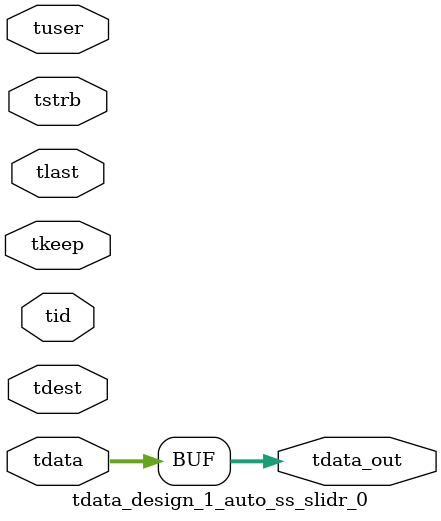
<source format=v>


`timescale 1ps/1ps

module tdata_design_1_auto_ss_slidr_0 #
(
parameter C_S_AXIS_TDATA_WIDTH = 32,
parameter C_S_AXIS_TUSER_WIDTH = 0,
parameter C_S_AXIS_TID_WIDTH   = 0,
parameter C_S_AXIS_TDEST_WIDTH = 0,
parameter C_M_AXIS_TDATA_WIDTH = 32
)
(
input  [(C_S_AXIS_TDATA_WIDTH == 0 ? 1 : C_S_AXIS_TDATA_WIDTH)-1:0     ] tdata,
input  [(C_S_AXIS_TUSER_WIDTH == 0 ? 1 : C_S_AXIS_TUSER_WIDTH)-1:0     ] tuser,
input  [(C_S_AXIS_TID_WIDTH   == 0 ? 1 : C_S_AXIS_TID_WIDTH)-1:0       ] tid,
input  [(C_S_AXIS_TDEST_WIDTH == 0 ? 1 : C_S_AXIS_TDEST_WIDTH)-1:0     ] tdest,
input  [(C_S_AXIS_TDATA_WIDTH/8)-1:0 ] tkeep,
input  [(C_S_AXIS_TDATA_WIDTH/8)-1:0 ] tstrb,
input                                                                    tlast,
output [C_M_AXIS_TDATA_WIDTH-1:0] tdata_out
);

assign tdata_out = {tdata[55:0]};

endmodule


</source>
